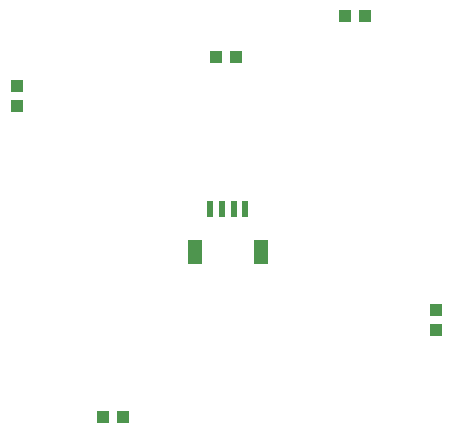
<source format=gbr>
G04 EAGLE Gerber RS-274X export*
G75*
%MOMM*%
%FSLAX34Y34*%
%LPD*%
%INSolderpaste Bottom*%
%IPPOS*%
%AMOC8*
5,1,8,0,0,1.08239X$1,22.5*%
G01*
%ADD10R,1.200000X2.000000*%
%ADD11R,0.600000X1.350000*%
%ADD12R,1.100000X1.000000*%
%ADD13R,1.000000X1.100000*%


D10*
X250250Y185500D03*
X194250Y185500D03*
D11*
X237250Y222250D03*
X227250Y222250D03*
X217250Y222250D03*
X207250Y222250D03*
D12*
X229150Y350650D03*
X212150Y350650D03*
X321250Y385650D03*
X338250Y385650D03*
D13*
X398750Y136750D03*
X398750Y119750D03*
D12*
X133750Y46150D03*
X116750Y46150D03*
D13*
X43550Y309250D03*
X43550Y326250D03*
M02*

</source>
